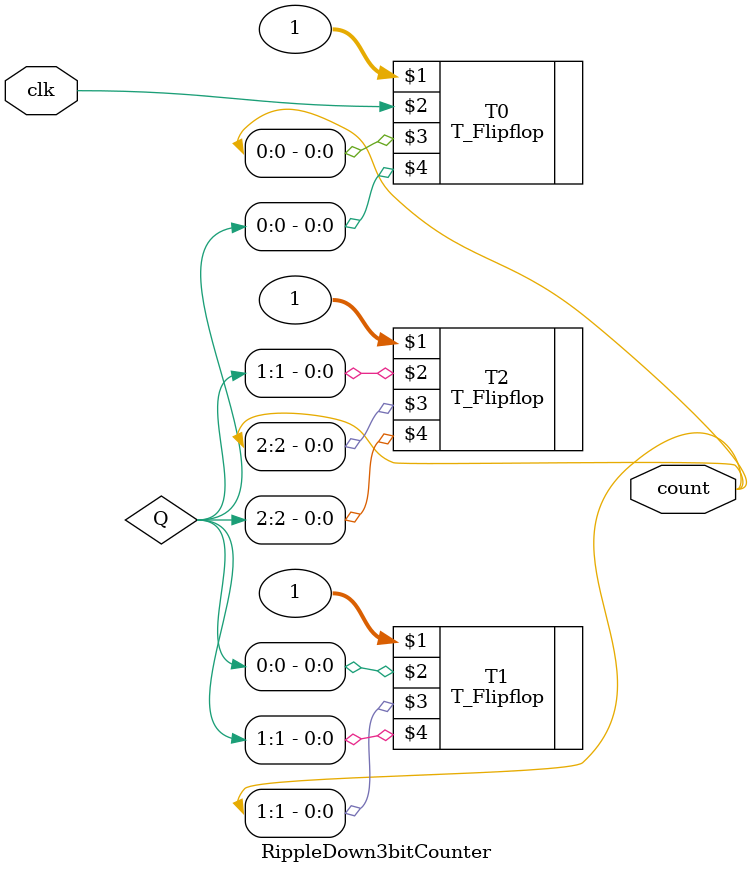
<source format=v>
/* Asynchronous Counter 3-bit 
   Down Counter 0->7->6->5->4->3->2->1->0-->7...
   Positive edge triggered*/

module RippleDown3bitCounter(clk, count);
  input clk;
  output [2:0] count;
  wire [2:0] Q;

T_Flipflop T0(1, clk, count[0], Q[0]);   // T, Clk, Q, Q_bar
T_Flipflop T1(1, Q[0], count[1],Q[1] );
T_Flipflop T2(1, Q[1], count[2], Q[2]);
endmodule



</source>
